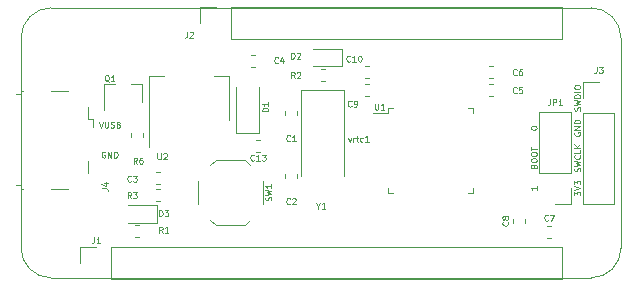
<source format=gbr>
G04 #@! TF.GenerationSoftware,KiCad,Pcbnew,(5.1.5)-2*
G04 #@! TF.CreationDate,2020-08-19T20:36:14+04:00*
G04 #@! TF.ProjectId,stm32f103_feather,73746d33-3266-4313-9033-5f6665617468,rev?*
G04 #@! TF.SameCoordinates,Original*
G04 #@! TF.FileFunction,Legend,Top*
G04 #@! TF.FilePolarity,Positive*
%FSLAX46Y46*%
G04 Gerber Fmt 4.6, Leading zero omitted, Abs format (unit mm)*
G04 Created by KiCad (PCBNEW (5.1.5)-2) date 2020-08-19 20:36:14*
%MOMM*%
%LPD*%
G04 APERTURE LIST*
%ADD10C,0.101600*%
G04 #@! TA.AperFunction,Profile*
%ADD11C,0.050000*%
G04 #@! TD*
G04 APERTURE END LIST*
D10*
X134105952Y-88392000D02*
X134057571Y-88367809D01*
X133985000Y-88367809D01*
X133912428Y-88392000D01*
X133864047Y-88440380D01*
X133839857Y-88488761D01*
X133815666Y-88585523D01*
X133815666Y-88658095D01*
X133839857Y-88754857D01*
X133864047Y-88803238D01*
X133912428Y-88851619D01*
X133985000Y-88875809D01*
X134033380Y-88875809D01*
X134105952Y-88851619D01*
X134130142Y-88827428D01*
X134130142Y-88658095D01*
X134033380Y-88658095D01*
X134347857Y-88875809D02*
X134347857Y-88367809D01*
X134638142Y-88875809D01*
X134638142Y-88367809D01*
X134880047Y-88875809D02*
X134880047Y-88367809D01*
X135001000Y-88367809D01*
X135073571Y-88392000D01*
X135121952Y-88440380D01*
X135146142Y-88488761D01*
X135170333Y-88585523D01*
X135170333Y-88658095D01*
X135146142Y-88754857D01*
X135121952Y-88803238D01*
X135073571Y-88851619D01*
X135001000Y-88875809D01*
X134880047Y-88875809D01*
X133561666Y-85827809D02*
X133731000Y-86335809D01*
X133900333Y-85827809D01*
X134069666Y-85827809D02*
X134069666Y-86239047D01*
X134093857Y-86287428D01*
X134118047Y-86311619D01*
X134166428Y-86335809D01*
X134263190Y-86335809D01*
X134311571Y-86311619D01*
X134335761Y-86287428D01*
X134359952Y-86239047D01*
X134359952Y-85827809D01*
X134577666Y-86311619D02*
X134650238Y-86335809D01*
X134771190Y-86335809D01*
X134819571Y-86311619D01*
X134843761Y-86287428D01*
X134867952Y-86239047D01*
X134867952Y-86190666D01*
X134843761Y-86142285D01*
X134819571Y-86118095D01*
X134771190Y-86093904D01*
X134674428Y-86069714D01*
X134626047Y-86045523D01*
X134601857Y-86021333D01*
X134577666Y-85972952D01*
X134577666Y-85924571D01*
X134601857Y-85876190D01*
X134626047Y-85852000D01*
X134674428Y-85827809D01*
X134795380Y-85827809D01*
X134867952Y-85852000D01*
X135255000Y-86069714D02*
X135327571Y-86093904D01*
X135351761Y-86118095D01*
X135375952Y-86166476D01*
X135375952Y-86239047D01*
X135351761Y-86287428D01*
X135327571Y-86311619D01*
X135279190Y-86335809D01*
X135085666Y-86335809D01*
X135085666Y-85827809D01*
X135255000Y-85827809D01*
X135303380Y-85852000D01*
X135327571Y-85876190D01*
X135351761Y-85924571D01*
X135351761Y-85972952D01*
X135327571Y-86021333D01*
X135303380Y-86045523D01*
X135255000Y-86069714D01*
X135085666Y-86069714D01*
X173838809Y-92068952D02*
X173838809Y-91754476D01*
X174032333Y-91923809D01*
X174032333Y-91851238D01*
X174056523Y-91802857D01*
X174080714Y-91778666D01*
X174129095Y-91754476D01*
X174250047Y-91754476D01*
X174298428Y-91778666D01*
X174322619Y-91802857D01*
X174346809Y-91851238D01*
X174346809Y-91996380D01*
X174322619Y-92044761D01*
X174298428Y-92068952D01*
X173838809Y-91609333D02*
X174346809Y-91440000D01*
X173838809Y-91270666D01*
X173838809Y-91149714D02*
X173838809Y-90835238D01*
X174032333Y-91004571D01*
X174032333Y-90932000D01*
X174056523Y-90883619D01*
X174080714Y-90859428D01*
X174129095Y-90835238D01*
X174250047Y-90835238D01*
X174298428Y-90859428D01*
X174322619Y-90883619D01*
X174346809Y-90932000D01*
X174346809Y-91077142D01*
X174322619Y-91125523D01*
X174298428Y-91149714D01*
X173863000Y-86747047D02*
X173838809Y-86795428D01*
X173838809Y-86868000D01*
X173863000Y-86940571D01*
X173911380Y-86988952D01*
X173959761Y-87013142D01*
X174056523Y-87037333D01*
X174129095Y-87037333D01*
X174225857Y-87013142D01*
X174274238Y-86988952D01*
X174322619Y-86940571D01*
X174346809Y-86868000D01*
X174346809Y-86819619D01*
X174322619Y-86747047D01*
X174298428Y-86722857D01*
X174129095Y-86722857D01*
X174129095Y-86819619D01*
X174346809Y-86505142D02*
X173838809Y-86505142D01*
X174346809Y-86214857D01*
X173838809Y-86214857D01*
X174346809Y-85972952D02*
X173838809Y-85972952D01*
X173838809Y-85852000D01*
X173863000Y-85779428D01*
X173911380Y-85731047D01*
X173959761Y-85706857D01*
X174056523Y-85682666D01*
X174129095Y-85682666D01*
X174225857Y-85706857D01*
X174274238Y-85731047D01*
X174322619Y-85779428D01*
X174346809Y-85852000D01*
X174346809Y-85972952D01*
X174322619Y-90049047D02*
X174346809Y-89976476D01*
X174346809Y-89855523D01*
X174322619Y-89807142D01*
X174298428Y-89782952D01*
X174250047Y-89758761D01*
X174201666Y-89758761D01*
X174153285Y-89782952D01*
X174129095Y-89807142D01*
X174104904Y-89855523D01*
X174080714Y-89952285D01*
X174056523Y-90000666D01*
X174032333Y-90024857D01*
X173983952Y-90049047D01*
X173935571Y-90049047D01*
X173887190Y-90024857D01*
X173863000Y-90000666D01*
X173838809Y-89952285D01*
X173838809Y-89831333D01*
X173863000Y-89758761D01*
X173838809Y-89589428D02*
X174346809Y-89468476D01*
X173983952Y-89371714D01*
X174346809Y-89274952D01*
X173838809Y-89154000D01*
X174298428Y-88670190D02*
X174322619Y-88694380D01*
X174346809Y-88766952D01*
X174346809Y-88815333D01*
X174322619Y-88887904D01*
X174274238Y-88936285D01*
X174225857Y-88960476D01*
X174129095Y-88984666D01*
X174056523Y-88984666D01*
X173959761Y-88960476D01*
X173911380Y-88936285D01*
X173863000Y-88887904D01*
X173838809Y-88815333D01*
X173838809Y-88766952D01*
X173863000Y-88694380D01*
X173887190Y-88670190D01*
X174346809Y-88210571D02*
X174346809Y-88452476D01*
X173838809Y-88452476D01*
X174346809Y-88041238D02*
X173838809Y-88041238D01*
X174346809Y-87750952D02*
X174056523Y-87968666D01*
X173838809Y-87750952D02*
X174129095Y-88041238D01*
X174322619Y-84896476D02*
X174346809Y-84823904D01*
X174346809Y-84702952D01*
X174322619Y-84654571D01*
X174298428Y-84630380D01*
X174250047Y-84606190D01*
X174201666Y-84606190D01*
X174153285Y-84630380D01*
X174129095Y-84654571D01*
X174104904Y-84702952D01*
X174080714Y-84799714D01*
X174056523Y-84848095D01*
X174032333Y-84872285D01*
X173983952Y-84896476D01*
X173935571Y-84896476D01*
X173887190Y-84872285D01*
X173863000Y-84848095D01*
X173838809Y-84799714D01*
X173838809Y-84678761D01*
X173863000Y-84606190D01*
X173838809Y-84436857D02*
X174346809Y-84315904D01*
X173983952Y-84219142D01*
X174346809Y-84122380D01*
X173838809Y-84001428D01*
X174346809Y-83807904D02*
X173838809Y-83807904D01*
X173838809Y-83686952D01*
X173863000Y-83614380D01*
X173911380Y-83566000D01*
X173959761Y-83541809D01*
X174056523Y-83517619D01*
X174129095Y-83517619D01*
X174225857Y-83541809D01*
X174274238Y-83566000D01*
X174322619Y-83614380D01*
X174346809Y-83686952D01*
X174346809Y-83807904D01*
X174346809Y-83299904D02*
X173838809Y-83299904D01*
X173838809Y-82961238D02*
X173838809Y-82864476D01*
X173863000Y-82816095D01*
X173911380Y-82767714D01*
X174008142Y-82743523D01*
X174177476Y-82743523D01*
X174274238Y-82767714D01*
X174322619Y-82816095D01*
X174346809Y-82864476D01*
X174346809Y-82961238D01*
X174322619Y-83009619D01*
X174274238Y-83058000D01*
X174177476Y-83082190D01*
X174008142Y-83082190D01*
X173911380Y-83058000D01*
X173863000Y-83009619D01*
X173838809Y-82961238D01*
X170155809Y-86384190D02*
X170155809Y-86335809D01*
X170180000Y-86287428D01*
X170204190Y-86263238D01*
X170252571Y-86239047D01*
X170349333Y-86214857D01*
X170470285Y-86214857D01*
X170567047Y-86239047D01*
X170615428Y-86263238D01*
X170639619Y-86287428D01*
X170663809Y-86335809D01*
X170663809Y-86384190D01*
X170639619Y-86432571D01*
X170615428Y-86456761D01*
X170567047Y-86480952D01*
X170470285Y-86505142D01*
X170349333Y-86505142D01*
X170252571Y-86480952D01*
X170204190Y-86456761D01*
X170180000Y-86432571D01*
X170155809Y-86384190D01*
X170663809Y-91294857D02*
X170663809Y-91585142D01*
X170663809Y-91440000D02*
X170155809Y-91440000D01*
X170228380Y-91488380D01*
X170276761Y-91536761D01*
X170300952Y-91585142D01*
X170397714Y-89589428D02*
X170421904Y-89516857D01*
X170446095Y-89492666D01*
X170494476Y-89468476D01*
X170567047Y-89468476D01*
X170615428Y-89492666D01*
X170639619Y-89516857D01*
X170663809Y-89565238D01*
X170663809Y-89758761D01*
X170155809Y-89758761D01*
X170155809Y-89589428D01*
X170180000Y-89541047D01*
X170204190Y-89516857D01*
X170252571Y-89492666D01*
X170300952Y-89492666D01*
X170349333Y-89516857D01*
X170373523Y-89541047D01*
X170397714Y-89589428D01*
X170397714Y-89758761D01*
X170155809Y-89154000D02*
X170155809Y-89057238D01*
X170180000Y-89008857D01*
X170228380Y-88960476D01*
X170325142Y-88936285D01*
X170494476Y-88936285D01*
X170591238Y-88960476D01*
X170639619Y-89008857D01*
X170663809Y-89057238D01*
X170663809Y-89154000D01*
X170639619Y-89202380D01*
X170591238Y-89250761D01*
X170494476Y-89274952D01*
X170325142Y-89274952D01*
X170228380Y-89250761D01*
X170180000Y-89202380D01*
X170155809Y-89154000D01*
X170155809Y-88621809D02*
X170155809Y-88525047D01*
X170180000Y-88476666D01*
X170228380Y-88428285D01*
X170325142Y-88404095D01*
X170494476Y-88404095D01*
X170591238Y-88428285D01*
X170639619Y-88476666D01*
X170663809Y-88525047D01*
X170663809Y-88621809D01*
X170639619Y-88670190D01*
X170591238Y-88718571D01*
X170494476Y-88742761D01*
X170325142Y-88742761D01*
X170228380Y-88718571D01*
X170180000Y-88670190D01*
X170155809Y-88621809D01*
X170155809Y-88258952D02*
X170155809Y-87968666D01*
X170663809Y-88113809D02*
X170155809Y-88113809D01*
D11*
X175260000Y-76200000D02*
X129540000Y-76200000D01*
X177800000Y-96520000D02*
X177800000Y-78740000D01*
X129540000Y-99060000D02*
X175260000Y-99060000D01*
X127000000Y-78740000D02*
X127000000Y-96520000D01*
X175260000Y-76200000D02*
G75*
G02X177800000Y-78740000I0J-2540000D01*
G01*
X177800000Y-96520000D02*
G75*
G02X175260000Y-99060000I-2540000J0D01*
G01*
X129540000Y-99060000D02*
G75*
G02X127000000Y-96520000I0J2540000D01*
G01*
X127000000Y-78740000D02*
G75*
G02X129540000Y-76200000I2540000J0D01*
G01*
D10*
G04 #@! TO.C,J2*
X142180000Y-77470000D02*
X142180000Y-76140000D01*
X142180000Y-76140000D02*
X143510000Y-76140000D01*
X144780000Y-76140000D02*
X172780000Y-76140000D01*
X172780000Y-78800000D02*
X172780000Y-76140000D01*
X144780000Y-78800000D02*
X172780000Y-78800000D01*
X144780000Y-78800000D02*
X144780000Y-76140000D01*
G04 #@! TO.C,R6*
X136332500Y-86809733D02*
X136332500Y-87152267D01*
X137352500Y-86809733D02*
X137352500Y-87152267D01*
G04 #@! TO.C,Q1*
X137216000Y-82679000D02*
X137216000Y-84139000D01*
X134056000Y-82679000D02*
X134056000Y-84839000D01*
X134056000Y-82679000D02*
X134986000Y-82679000D01*
X137216000Y-82679000D02*
X136286000Y-82679000D01*
G04 #@! TO.C,JP1*
X173542000Y-92770000D02*
X172212000Y-92770000D01*
X173542000Y-91440000D02*
X173542000Y-92770000D01*
X173542000Y-90170000D02*
X170882000Y-90170000D01*
X170882000Y-90170000D02*
X170882000Y-85030000D01*
X173542000Y-90170000D02*
X173542000Y-85030000D01*
X173542000Y-85030000D02*
X170882000Y-85030000D01*
G04 #@! TO.C,D1*
X145177000Y-86832000D02*
X145177000Y-82932000D01*
X147177000Y-86832000D02*
X147177000Y-82932000D01*
X145177000Y-86832000D02*
X147177000Y-86832000D01*
G04 #@! TO.C,J4*
X132702000Y-89176000D02*
X132702000Y-90176000D01*
X132702000Y-85576000D02*
X132702000Y-84576000D01*
X133127000Y-85576000D02*
X132702000Y-85576000D01*
X133127000Y-86301000D02*
X133127000Y-85576000D01*
X129552000Y-91526000D02*
X130952000Y-91526000D01*
X127002000Y-91526000D02*
X127152000Y-91526000D01*
X127002000Y-91226000D02*
X127002000Y-91526000D01*
X126552000Y-91226000D02*
X127002000Y-91226000D01*
X127002000Y-83526000D02*
X126552000Y-83526000D01*
X127002000Y-83226000D02*
X127002000Y-83526000D01*
X127152000Y-83226000D02*
X127002000Y-83226000D01*
X130952000Y-83226000D02*
X129552000Y-83226000D01*
G04 #@! TO.C,J3*
X174565000Y-82490000D02*
X175895000Y-82490000D01*
X174565000Y-83820000D02*
X174565000Y-82490000D01*
X174565000Y-85090000D02*
X177225000Y-85090000D01*
X177225000Y-85090000D02*
X177225000Y-92770000D01*
X174565000Y-85090000D02*
X174565000Y-92770000D01*
X174565000Y-92770000D02*
X177225000Y-92770000D01*
G04 #@! TO.C,R3*
X138463233Y-92585000D02*
X138805767Y-92585000D01*
X138463233Y-91565000D02*
X138805767Y-91565000D01*
G04 #@! TO.C,R2*
X152355733Y-82425000D02*
X152698267Y-82425000D01*
X152355733Y-81405000D02*
X152698267Y-81405000D01*
G04 #@! TO.C,R1*
X136685233Y-95633000D02*
X137027767Y-95633000D01*
X136685233Y-94613000D02*
X137027767Y-94613000D01*
G04 #@! TO.C,D3*
X138502500Y-92927500D02*
X136042500Y-92927500D01*
X138502500Y-94397500D02*
X138502500Y-92927500D01*
X136042500Y-94397500D02*
X138502500Y-94397500D01*
G04 #@! TO.C,D2*
X154201000Y-79656000D02*
X151741000Y-79656000D01*
X154201000Y-81126000D02*
X154201000Y-79656000D01*
X151741000Y-81126000D02*
X154201000Y-81126000D01*
G04 #@! TO.C,C13*
X147237267Y-87374000D02*
X146894733Y-87374000D01*
X147237267Y-88394000D02*
X146894733Y-88394000D01*
G04 #@! TO.C,C10*
X156494267Y-81151000D02*
X156151733Y-81151000D01*
X156494267Y-82171000D02*
X156151733Y-82171000D01*
G04 #@! TO.C,C9*
X156494267Y-82675000D02*
X156151733Y-82675000D01*
X156494267Y-83695000D02*
X156151733Y-83695000D01*
G04 #@! TO.C,C8*
X168654000Y-94062733D02*
X168654000Y-94405267D01*
X169674000Y-94062733D02*
X169674000Y-94405267D01*
G04 #@! TO.C,C7*
X171875267Y-94648500D02*
X171532733Y-94648500D01*
X171875267Y-95668500D02*
X171532733Y-95668500D01*
G04 #@! TO.C,C6*
X166579733Y-82171000D02*
X166922267Y-82171000D01*
X166579733Y-81151000D02*
X166922267Y-81151000D01*
G04 #@! TO.C,C5*
X166579733Y-83695000D02*
X166922267Y-83695000D01*
X166579733Y-82675000D02*
X166922267Y-82675000D01*
G04 #@! TO.C,U2*
X137814000Y-87945400D02*
X137814000Y-81935400D01*
X144634000Y-85695400D02*
X144634000Y-81935400D01*
X137814000Y-81935400D02*
X139074000Y-81935400D01*
X144634000Y-81935400D02*
X143374000Y-81935400D01*
G04 #@! TO.C,C4*
X146844867Y-80160400D02*
X146502333Y-80160400D01*
X146844867Y-81180400D02*
X146502333Y-81180400D01*
G04 #@! TO.C,SW1*
X143466500Y-89071000D02*
X145966500Y-89071000D01*
X141966500Y-90821000D02*
X141966500Y-92821000D01*
X143466500Y-94571000D02*
X145966500Y-94571000D01*
X147466500Y-90821000D02*
X147466500Y-92821000D01*
X143016500Y-89521000D02*
X143466500Y-89071000D01*
X146416500Y-89521000D02*
X145966500Y-89071000D01*
X146416500Y-94121000D02*
X145966500Y-94571000D01*
X143016500Y-94121000D02*
X143466500Y-94571000D01*
G04 #@! TO.C,C3*
X138463233Y-91124500D02*
X138805767Y-91124500D01*
X138463233Y-90104500D02*
X138805767Y-90104500D01*
G04 #@! TO.C,C2*
X150370000Y-90595267D02*
X150370000Y-90252733D01*
X149350000Y-90595267D02*
X149350000Y-90252733D01*
G04 #@! TO.C,C1*
X150370000Y-85261267D02*
X150370000Y-84918733D01*
X149350000Y-85261267D02*
X149350000Y-84918733D01*
G04 #@! TO.C,Y1*
X150727000Y-83147000D02*
X150727000Y-90397000D01*
X154327000Y-83147000D02*
X150727000Y-83147000D01*
X154327000Y-90397000D02*
X154327000Y-83147000D01*
G04 #@! TO.C,U1*
X158061000Y-85105000D02*
X156771000Y-85105000D01*
X158061000Y-84655000D02*
X158061000Y-85105000D01*
X158511000Y-84655000D02*
X158061000Y-84655000D01*
X165281000Y-84655000D02*
X165281000Y-85105000D01*
X164831000Y-84655000D02*
X165281000Y-84655000D01*
X158061000Y-91875000D02*
X158061000Y-91425000D01*
X158511000Y-91875000D02*
X158061000Y-91875000D01*
X165281000Y-91875000D02*
X165281000Y-91425000D01*
X164831000Y-91875000D02*
X165281000Y-91875000D01*
G04 #@! TO.C,J1*
X132020000Y-97790000D02*
X132020000Y-96460000D01*
X132020000Y-96460000D02*
X133350000Y-96460000D01*
X134620000Y-96460000D02*
X172780000Y-96460000D01*
X172780000Y-99120000D02*
X172780000Y-96460000D01*
X134620000Y-99120000D02*
X172780000Y-99120000D01*
X134620000Y-99120000D02*
X134620000Y-96460000D01*
G04 #@! TD*
G04 #@! TO.C,vrtc1*
X154692047Y-87186142D02*
X154813000Y-87524809D01*
X154933952Y-87186142D01*
X155127476Y-87524809D02*
X155127476Y-87186142D01*
X155127476Y-87282904D02*
X155151666Y-87234523D01*
X155175857Y-87210333D01*
X155224238Y-87186142D01*
X155272619Y-87186142D01*
X155369380Y-87186142D02*
X155562904Y-87186142D01*
X155441952Y-87016809D02*
X155441952Y-87452238D01*
X155466142Y-87500619D01*
X155514523Y-87524809D01*
X155562904Y-87524809D01*
X155949952Y-87500619D02*
X155901571Y-87524809D01*
X155804809Y-87524809D01*
X155756428Y-87500619D01*
X155732238Y-87476428D01*
X155708047Y-87428047D01*
X155708047Y-87282904D01*
X155732238Y-87234523D01*
X155756428Y-87210333D01*
X155804809Y-87186142D01*
X155901571Y-87186142D01*
X155949952Y-87210333D01*
X156433761Y-87524809D02*
X156143476Y-87524809D01*
X156288619Y-87524809D02*
X156288619Y-87016809D01*
X156240238Y-87089380D01*
X156191857Y-87137761D01*
X156143476Y-87161952D01*
G04 #@! TO.C,J2*
X141054666Y-78207809D02*
X141054666Y-78570666D01*
X141030476Y-78643238D01*
X140982095Y-78691619D01*
X140909523Y-78715809D01*
X140861142Y-78715809D01*
X141272380Y-78256190D02*
X141296571Y-78232000D01*
X141344952Y-78207809D01*
X141465904Y-78207809D01*
X141514285Y-78232000D01*
X141538476Y-78256190D01*
X141562666Y-78304571D01*
X141562666Y-78352952D01*
X141538476Y-78425523D01*
X141248190Y-78715809D01*
X141562666Y-78715809D01*
G04 #@! TO.C,R6*
X136821333Y-89383809D02*
X136652000Y-89141904D01*
X136531047Y-89383809D02*
X136531047Y-88875809D01*
X136724571Y-88875809D01*
X136772952Y-88900000D01*
X136797142Y-88924190D01*
X136821333Y-88972571D01*
X136821333Y-89045142D01*
X136797142Y-89093523D01*
X136772952Y-89117714D01*
X136724571Y-89141904D01*
X136531047Y-89141904D01*
X137256761Y-88875809D02*
X137160000Y-88875809D01*
X137111619Y-88900000D01*
X137087428Y-88924190D01*
X137039047Y-88996761D01*
X137014857Y-89093523D01*
X137014857Y-89287047D01*
X137039047Y-89335428D01*
X137063238Y-89359619D01*
X137111619Y-89383809D01*
X137208380Y-89383809D01*
X137256761Y-89359619D01*
X137280952Y-89335428D01*
X137305142Y-89287047D01*
X137305142Y-89166095D01*
X137280952Y-89117714D01*
X137256761Y-89093523D01*
X137208380Y-89069333D01*
X137111619Y-89069333D01*
X137063238Y-89093523D01*
X137039047Y-89117714D01*
X137014857Y-89166095D01*
G04 #@! TO.C,Q1*
X134444619Y-82447190D02*
X134396238Y-82423000D01*
X134347857Y-82374619D01*
X134275285Y-82302047D01*
X134226904Y-82277857D01*
X134178523Y-82277857D01*
X134202714Y-82398809D02*
X134154333Y-82374619D01*
X134105952Y-82326238D01*
X134081761Y-82229476D01*
X134081761Y-82060142D01*
X134105952Y-81963380D01*
X134154333Y-81915000D01*
X134202714Y-81890809D01*
X134299476Y-81890809D01*
X134347857Y-81915000D01*
X134396238Y-81963380D01*
X134420428Y-82060142D01*
X134420428Y-82229476D01*
X134396238Y-82326238D01*
X134347857Y-82374619D01*
X134299476Y-82398809D01*
X134202714Y-82398809D01*
X134904238Y-82398809D02*
X134613952Y-82398809D01*
X134759095Y-82398809D02*
X134759095Y-81890809D01*
X134710714Y-81963380D01*
X134662333Y-82011761D01*
X134613952Y-82035952D01*
G04 #@! TO.C,JP1*
X171788666Y-83922809D02*
X171788666Y-84285666D01*
X171764476Y-84358238D01*
X171716095Y-84406619D01*
X171643523Y-84430809D01*
X171595142Y-84430809D01*
X172030571Y-84430809D02*
X172030571Y-83922809D01*
X172224095Y-83922809D01*
X172272476Y-83947000D01*
X172296666Y-83971190D01*
X172320857Y-84019571D01*
X172320857Y-84092142D01*
X172296666Y-84140523D01*
X172272476Y-84164714D01*
X172224095Y-84188904D01*
X172030571Y-84188904D01*
X172804666Y-84430809D02*
X172514380Y-84430809D01*
X172659523Y-84430809D02*
X172659523Y-83922809D01*
X172611142Y-83995380D01*
X172562761Y-84043761D01*
X172514380Y-84067952D01*
G04 #@! TO.C,D1*
X147930809Y-84956952D02*
X147422809Y-84956952D01*
X147422809Y-84836000D01*
X147447000Y-84763428D01*
X147495380Y-84715047D01*
X147543761Y-84690857D01*
X147640523Y-84666666D01*
X147713095Y-84666666D01*
X147809857Y-84690857D01*
X147858238Y-84715047D01*
X147906619Y-84763428D01*
X147930809Y-84836000D01*
X147930809Y-84956952D01*
X147930809Y-84182857D02*
X147930809Y-84473142D01*
X147930809Y-84328000D02*
X147422809Y-84328000D01*
X147495380Y-84376380D01*
X147543761Y-84424761D01*
X147567952Y-84473142D01*
G04 #@! TO.C,J4*
X133833809Y-91482333D02*
X134196666Y-91482333D01*
X134269238Y-91506523D01*
X134317619Y-91554904D01*
X134341809Y-91627476D01*
X134341809Y-91675857D01*
X134003142Y-91022714D02*
X134341809Y-91022714D01*
X133809619Y-91143666D02*
X134172476Y-91264619D01*
X134172476Y-90950142D01*
G04 #@! TO.C,J3*
X175725666Y-81211809D02*
X175725666Y-81574666D01*
X175701476Y-81647238D01*
X175653095Y-81695619D01*
X175580523Y-81719809D01*
X175532142Y-81719809D01*
X175919190Y-81211809D02*
X176233666Y-81211809D01*
X176064333Y-81405333D01*
X176136904Y-81405333D01*
X176185285Y-81429523D01*
X176209476Y-81453714D01*
X176233666Y-81502095D01*
X176233666Y-81623047D01*
X176209476Y-81671428D01*
X176185285Y-81695619D01*
X176136904Y-81719809D01*
X175991761Y-81719809D01*
X175943380Y-81695619D01*
X175919190Y-81671428D01*
G04 #@! TO.C,R3*
X136313333Y-92304809D02*
X136144000Y-92062904D01*
X136023047Y-92304809D02*
X136023047Y-91796809D01*
X136216571Y-91796809D01*
X136264952Y-91821000D01*
X136289142Y-91845190D01*
X136313333Y-91893571D01*
X136313333Y-91966142D01*
X136289142Y-92014523D01*
X136264952Y-92038714D01*
X136216571Y-92062904D01*
X136023047Y-92062904D01*
X136482666Y-91796809D02*
X136797142Y-91796809D01*
X136627809Y-91990333D01*
X136700380Y-91990333D01*
X136748761Y-92014523D01*
X136772952Y-92038714D01*
X136797142Y-92087095D01*
X136797142Y-92208047D01*
X136772952Y-92256428D01*
X136748761Y-92280619D01*
X136700380Y-92304809D01*
X136555238Y-92304809D01*
X136506857Y-92280619D01*
X136482666Y-92256428D01*
G04 #@! TO.C,R2*
X150156333Y-82144809D02*
X149987000Y-81902904D01*
X149866047Y-82144809D02*
X149866047Y-81636809D01*
X150059571Y-81636809D01*
X150107952Y-81661000D01*
X150132142Y-81685190D01*
X150156333Y-81733571D01*
X150156333Y-81806142D01*
X150132142Y-81854523D01*
X150107952Y-81878714D01*
X150059571Y-81902904D01*
X149866047Y-81902904D01*
X150349857Y-81685190D02*
X150374047Y-81661000D01*
X150422428Y-81636809D01*
X150543380Y-81636809D01*
X150591761Y-81661000D01*
X150615952Y-81685190D01*
X150640142Y-81733571D01*
X150640142Y-81781952D01*
X150615952Y-81854523D01*
X150325666Y-82144809D01*
X150640142Y-82144809D01*
G04 #@! TO.C,R1*
X138980333Y-95225809D02*
X138811000Y-94983904D01*
X138690047Y-95225809D02*
X138690047Y-94717809D01*
X138883571Y-94717809D01*
X138931952Y-94742000D01*
X138956142Y-94766190D01*
X138980333Y-94814571D01*
X138980333Y-94887142D01*
X138956142Y-94935523D01*
X138931952Y-94959714D01*
X138883571Y-94983904D01*
X138690047Y-94983904D01*
X139464142Y-95225809D02*
X139173857Y-95225809D01*
X139319000Y-95225809D02*
X139319000Y-94717809D01*
X139270619Y-94790380D01*
X139222238Y-94838761D01*
X139173857Y-94862952D01*
G04 #@! TO.C,D3*
X138690047Y-93828809D02*
X138690047Y-93320809D01*
X138811000Y-93320809D01*
X138883571Y-93345000D01*
X138931952Y-93393380D01*
X138956142Y-93441761D01*
X138980333Y-93538523D01*
X138980333Y-93611095D01*
X138956142Y-93707857D01*
X138931952Y-93756238D01*
X138883571Y-93804619D01*
X138811000Y-93828809D01*
X138690047Y-93828809D01*
X139149666Y-93320809D02*
X139464142Y-93320809D01*
X139294809Y-93514333D01*
X139367380Y-93514333D01*
X139415761Y-93538523D01*
X139439952Y-93562714D01*
X139464142Y-93611095D01*
X139464142Y-93732047D01*
X139439952Y-93780428D01*
X139415761Y-93804619D01*
X139367380Y-93828809D01*
X139222238Y-93828809D01*
X139173857Y-93804619D01*
X139149666Y-93780428D01*
G04 #@! TO.C,D2*
X149866047Y-80493809D02*
X149866047Y-79985809D01*
X149987000Y-79985809D01*
X150059571Y-80010000D01*
X150107952Y-80058380D01*
X150132142Y-80106761D01*
X150156333Y-80203523D01*
X150156333Y-80276095D01*
X150132142Y-80372857D01*
X150107952Y-80421238D01*
X150059571Y-80469619D01*
X149987000Y-80493809D01*
X149866047Y-80493809D01*
X150349857Y-80034190D02*
X150374047Y-80010000D01*
X150422428Y-79985809D01*
X150543380Y-79985809D01*
X150591761Y-80010000D01*
X150615952Y-80034190D01*
X150640142Y-80082571D01*
X150640142Y-80130952D01*
X150615952Y-80203523D01*
X150325666Y-80493809D01*
X150640142Y-80493809D01*
G04 #@! TO.C,C13*
X146739428Y-89081428D02*
X146715238Y-89105619D01*
X146642666Y-89129809D01*
X146594285Y-89129809D01*
X146521714Y-89105619D01*
X146473333Y-89057238D01*
X146449142Y-89008857D01*
X146424952Y-88912095D01*
X146424952Y-88839523D01*
X146449142Y-88742761D01*
X146473333Y-88694380D01*
X146521714Y-88646000D01*
X146594285Y-88621809D01*
X146642666Y-88621809D01*
X146715238Y-88646000D01*
X146739428Y-88670190D01*
X147223238Y-89129809D02*
X146932952Y-89129809D01*
X147078095Y-89129809D02*
X147078095Y-88621809D01*
X147029714Y-88694380D01*
X146981333Y-88742761D01*
X146932952Y-88766952D01*
X147392571Y-88621809D02*
X147707047Y-88621809D01*
X147537714Y-88815333D01*
X147610285Y-88815333D01*
X147658666Y-88839523D01*
X147682857Y-88863714D01*
X147707047Y-88912095D01*
X147707047Y-89033047D01*
X147682857Y-89081428D01*
X147658666Y-89105619D01*
X147610285Y-89129809D01*
X147465142Y-89129809D01*
X147416761Y-89105619D01*
X147392571Y-89081428D01*
G04 #@! TO.C,C10*
X154867428Y-80699428D02*
X154843238Y-80723619D01*
X154770666Y-80747809D01*
X154722285Y-80747809D01*
X154649714Y-80723619D01*
X154601333Y-80675238D01*
X154577142Y-80626857D01*
X154552952Y-80530095D01*
X154552952Y-80457523D01*
X154577142Y-80360761D01*
X154601333Y-80312380D01*
X154649714Y-80264000D01*
X154722285Y-80239809D01*
X154770666Y-80239809D01*
X154843238Y-80264000D01*
X154867428Y-80288190D01*
X155351238Y-80747809D02*
X155060952Y-80747809D01*
X155206095Y-80747809D02*
X155206095Y-80239809D01*
X155157714Y-80312380D01*
X155109333Y-80360761D01*
X155060952Y-80384952D01*
X155665714Y-80239809D02*
X155714095Y-80239809D01*
X155762476Y-80264000D01*
X155786666Y-80288190D01*
X155810857Y-80336571D01*
X155835047Y-80433333D01*
X155835047Y-80554285D01*
X155810857Y-80651047D01*
X155786666Y-80699428D01*
X155762476Y-80723619D01*
X155714095Y-80747809D01*
X155665714Y-80747809D01*
X155617333Y-80723619D01*
X155593142Y-80699428D01*
X155568952Y-80651047D01*
X155544761Y-80554285D01*
X155544761Y-80433333D01*
X155568952Y-80336571D01*
X155593142Y-80288190D01*
X155617333Y-80264000D01*
X155665714Y-80239809D01*
G04 #@! TO.C,C9*
X154982333Y-84509428D02*
X154958142Y-84533619D01*
X154885571Y-84557809D01*
X154837190Y-84557809D01*
X154764619Y-84533619D01*
X154716238Y-84485238D01*
X154692047Y-84436857D01*
X154667857Y-84340095D01*
X154667857Y-84267523D01*
X154692047Y-84170761D01*
X154716238Y-84122380D01*
X154764619Y-84074000D01*
X154837190Y-84049809D01*
X154885571Y-84049809D01*
X154958142Y-84074000D01*
X154982333Y-84098190D01*
X155224238Y-84557809D02*
X155321000Y-84557809D01*
X155369380Y-84533619D01*
X155393571Y-84509428D01*
X155441952Y-84436857D01*
X155466142Y-84340095D01*
X155466142Y-84146571D01*
X155441952Y-84098190D01*
X155417761Y-84074000D01*
X155369380Y-84049809D01*
X155272619Y-84049809D01*
X155224238Y-84074000D01*
X155200047Y-84098190D01*
X155175857Y-84146571D01*
X155175857Y-84267523D01*
X155200047Y-84315904D01*
X155224238Y-84340095D01*
X155272619Y-84364285D01*
X155369380Y-84364285D01*
X155417761Y-84340095D01*
X155441952Y-84315904D01*
X155466142Y-84267523D01*
G04 #@! TO.C,C8*
X168202428Y-94318666D02*
X168226619Y-94342857D01*
X168250809Y-94415428D01*
X168250809Y-94463809D01*
X168226619Y-94536380D01*
X168178238Y-94584761D01*
X168129857Y-94608952D01*
X168033095Y-94633142D01*
X167960523Y-94633142D01*
X167863761Y-94608952D01*
X167815380Y-94584761D01*
X167767000Y-94536380D01*
X167742809Y-94463809D01*
X167742809Y-94415428D01*
X167767000Y-94342857D01*
X167791190Y-94318666D01*
X167960523Y-94028380D02*
X167936333Y-94076761D01*
X167912142Y-94100952D01*
X167863761Y-94125142D01*
X167839571Y-94125142D01*
X167791190Y-94100952D01*
X167767000Y-94076761D01*
X167742809Y-94028380D01*
X167742809Y-93931619D01*
X167767000Y-93883238D01*
X167791190Y-93859047D01*
X167839571Y-93834857D01*
X167863761Y-93834857D01*
X167912142Y-93859047D01*
X167936333Y-93883238D01*
X167960523Y-93931619D01*
X167960523Y-94028380D01*
X167984714Y-94076761D01*
X168008904Y-94100952D01*
X168057285Y-94125142D01*
X168154047Y-94125142D01*
X168202428Y-94100952D01*
X168226619Y-94076761D01*
X168250809Y-94028380D01*
X168250809Y-93931619D01*
X168226619Y-93883238D01*
X168202428Y-93859047D01*
X168154047Y-93834857D01*
X168057285Y-93834857D01*
X168008904Y-93859047D01*
X167984714Y-93883238D01*
X167960523Y-93931619D01*
G04 #@! TO.C,C7*
X171619333Y-94161428D02*
X171595142Y-94185619D01*
X171522571Y-94209809D01*
X171474190Y-94209809D01*
X171401619Y-94185619D01*
X171353238Y-94137238D01*
X171329047Y-94088857D01*
X171304857Y-93992095D01*
X171304857Y-93919523D01*
X171329047Y-93822761D01*
X171353238Y-93774380D01*
X171401619Y-93726000D01*
X171474190Y-93701809D01*
X171522571Y-93701809D01*
X171595142Y-93726000D01*
X171619333Y-93750190D01*
X171788666Y-93701809D02*
X172127333Y-93701809D01*
X171909619Y-94209809D01*
G04 #@! TO.C,C6*
X168952333Y-81842428D02*
X168928142Y-81866619D01*
X168855571Y-81890809D01*
X168807190Y-81890809D01*
X168734619Y-81866619D01*
X168686238Y-81818238D01*
X168662047Y-81769857D01*
X168637857Y-81673095D01*
X168637857Y-81600523D01*
X168662047Y-81503761D01*
X168686238Y-81455380D01*
X168734619Y-81407000D01*
X168807190Y-81382809D01*
X168855571Y-81382809D01*
X168928142Y-81407000D01*
X168952333Y-81431190D01*
X169387761Y-81382809D02*
X169291000Y-81382809D01*
X169242619Y-81407000D01*
X169218428Y-81431190D01*
X169170047Y-81503761D01*
X169145857Y-81600523D01*
X169145857Y-81794047D01*
X169170047Y-81842428D01*
X169194238Y-81866619D01*
X169242619Y-81890809D01*
X169339380Y-81890809D01*
X169387761Y-81866619D01*
X169411952Y-81842428D01*
X169436142Y-81794047D01*
X169436142Y-81673095D01*
X169411952Y-81624714D01*
X169387761Y-81600523D01*
X169339380Y-81576333D01*
X169242619Y-81576333D01*
X169194238Y-81600523D01*
X169170047Y-81624714D01*
X169145857Y-81673095D01*
G04 #@! TO.C,C5*
X168952333Y-83366428D02*
X168928142Y-83390619D01*
X168855571Y-83414809D01*
X168807190Y-83414809D01*
X168734619Y-83390619D01*
X168686238Y-83342238D01*
X168662047Y-83293857D01*
X168637857Y-83197095D01*
X168637857Y-83124523D01*
X168662047Y-83027761D01*
X168686238Y-82979380D01*
X168734619Y-82931000D01*
X168807190Y-82906809D01*
X168855571Y-82906809D01*
X168928142Y-82931000D01*
X168952333Y-82955190D01*
X169411952Y-82906809D02*
X169170047Y-82906809D01*
X169145857Y-83148714D01*
X169170047Y-83124523D01*
X169218428Y-83100333D01*
X169339380Y-83100333D01*
X169387761Y-83124523D01*
X169411952Y-83148714D01*
X169436142Y-83197095D01*
X169436142Y-83318047D01*
X169411952Y-83366428D01*
X169387761Y-83390619D01*
X169339380Y-83414809D01*
X169218428Y-83414809D01*
X169170047Y-83390619D01*
X169145857Y-83366428D01*
G04 #@! TO.C,U2*
X138550952Y-88494809D02*
X138550952Y-88906047D01*
X138575142Y-88954428D01*
X138599333Y-88978619D01*
X138647714Y-89002809D01*
X138744476Y-89002809D01*
X138792857Y-88978619D01*
X138817047Y-88954428D01*
X138841238Y-88906047D01*
X138841238Y-88494809D01*
X139058952Y-88543190D02*
X139083142Y-88519000D01*
X139131523Y-88494809D01*
X139252476Y-88494809D01*
X139300857Y-88519000D01*
X139325047Y-88543190D01*
X139349238Y-88591571D01*
X139349238Y-88639952D01*
X139325047Y-88712523D01*
X139034761Y-89002809D01*
X139349238Y-89002809D01*
G04 #@! TO.C,C4*
X148759333Y-80826428D02*
X148735142Y-80850619D01*
X148662571Y-80874809D01*
X148614190Y-80874809D01*
X148541619Y-80850619D01*
X148493238Y-80802238D01*
X148469047Y-80753857D01*
X148444857Y-80657095D01*
X148444857Y-80584523D01*
X148469047Y-80487761D01*
X148493238Y-80439380D01*
X148541619Y-80391000D01*
X148614190Y-80366809D01*
X148662571Y-80366809D01*
X148735142Y-80391000D01*
X148759333Y-80415190D01*
X149194761Y-80536142D02*
X149194761Y-80874809D01*
X149073809Y-80342619D02*
X148952857Y-80705476D01*
X149267333Y-80705476D01*
G04 #@! TO.C,SW1*
X148160619Y-92498333D02*
X148184809Y-92425761D01*
X148184809Y-92304809D01*
X148160619Y-92256428D01*
X148136428Y-92232238D01*
X148088047Y-92208047D01*
X148039666Y-92208047D01*
X147991285Y-92232238D01*
X147967095Y-92256428D01*
X147942904Y-92304809D01*
X147918714Y-92401571D01*
X147894523Y-92449952D01*
X147870333Y-92474142D01*
X147821952Y-92498333D01*
X147773571Y-92498333D01*
X147725190Y-92474142D01*
X147701000Y-92449952D01*
X147676809Y-92401571D01*
X147676809Y-92280619D01*
X147701000Y-92208047D01*
X147676809Y-92038714D02*
X148184809Y-91917761D01*
X147821952Y-91821000D01*
X148184809Y-91724238D01*
X147676809Y-91603285D01*
X148184809Y-91143666D02*
X148184809Y-91433952D01*
X148184809Y-91288809D02*
X147676809Y-91288809D01*
X147749380Y-91337190D01*
X147797761Y-91385571D01*
X147821952Y-91433952D01*
G04 #@! TO.C,C3*
X136313333Y-90859428D02*
X136289142Y-90883619D01*
X136216571Y-90907809D01*
X136168190Y-90907809D01*
X136095619Y-90883619D01*
X136047238Y-90835238D01*
X136023047Y-90786857D01*
X135998857Y-90690095D01*
X135998857Y-90617523D01*
X136023047Y-90520761D01*
X136047238Y-90472380D01*
X136095619Y-90424000D01*
X136168190Y-90399809D01*
X136216571Y-90399809D01*
X136289142Y-90424000D01*
X136313333Y-90448190D01*
X136482666Y-90399809D02*
X136797142Y-90399809D01*
X136627809Y-90593333D01*
X136700380Y-90593333D01*
X136748761Y-90617523D01*
X136772952Y-90641714D01*
X136797142Y-90690095D01*
X136797142Y-90811047D01*
X136772952Y-90859428D01*
X136748761Y-90883619D01*
X136700380Y-90907809D01*
X136555238Y-90907809D01*
X136506857Y-90883619D01*
X136482666Y-90859428D01*
G04 #@! TO.C,C2*
X149775333Y-92764428D02*
X149751142Y-92788619D01*
X149678571Y-92812809D01*
X149630190Y-92812809D01*
X149557619Y-92788619D01*
X149509238Y-92740238D01*
X149485047Y-92691857D01*
X149460857Y-92595095D01*
X149460857Y-92522523D01*
X149485047Y-92425761D01*
X149509238Y-92377380D01*
X149557619Y-92329000D01*
X149630190Y-92304809D01*
X149678571Y-92304809D01*
X149751142Y-92329000D01*
X149775333Y-92353190D01*
X149968857Y-92353190D02*
X149993047Y-92329000D01*
X150041428Y-92304809D01*
X150162380Y-92304809D01*
X150210761Y-92329000D01*
X150234952Y-92353190D01*
X150259142Y-92401571D01*
X150259142Y-92449952D01*
X150234952Y-92522523D01*
X149944666Y-92812809D01*
X150259142Y-92812809D01*
G04 #@! TO.C,C1*
X149775333Y-87430428D02*
X149751142Y-87454619D01*
X149678571Y-87478809D01*
X149630190Y-87478809D01*
X149557619Y-87454619D01*
X149509238Y-87406238D01*
X149485047Y-87357857D01*
X149460857Y-87261095D01*
X149460857Y-87188523D01*
X149485047Y-87091761D01*
X149509238Y-87043380D01*
X149557619Y-86995000D01*
X149630190Y-86970809D01*
X149678571Y-86970809D01*
X149751142Y-86995000D01*
X149775333Y-87019190D01*
X150259142Y-87478809D02*
X149968857Y-87478809D01*
X150114000Y-87478809D02*
X150114000Y-86970809D01*
X150065619Y-87043380D01*
X150017238Y-87091761D01*
X149968857Y-87115952D01*
G04 #@! TO.C,Y1*
X152158095Y-92951904D02*
X152158095Y-93193809D01*
X151988761Y-92685809D02*
X152158095Y-92951904D01*
X152327428Y-92685809D01*
X152762857Y-93193809D02*
X152472571Y-93193809D01*
X152617714Y-93193809D02*
X152617714Y-92685809D01*
X152569333Y-92758380D01*
X152520952Y-92806761D01*
X152472571Y-92830952D01*
G04 #@! TO.C,U1*
X156965952Y-84303809D02*
X156965952Y-84715047D01*
X156990142Y-84763428D01*
X157014333Y-84787619D01*
X157062714Y-84811809D01*
X157159476Y-84811809D01*
X157207857Y-84787619D01*
X157232047Y-84763428D01*
X157256238Y-84715047D01*
X157256238Y-84303809D01*
X157764238Y-84811809D02*
X157473952Y-84811809D01*
X157619095Y-84811809D02*
X157619095Y-84303809D01*
X157570714Y-84376380D01*
X157522333Y-84424761D01*
X157473952Y-84448952D01*
G04 #@! TO.C,J1*
X133180666Y-95606809D02*
X133180666Y-95969666D01*
X133156476Y-96042238D01*
X133108095Y-96090619D01*
X133035523Y-96114809D01*
X132987142Y-96114809D01*
X133688666Y-96114809D02*
X133398380Y-96114809D01*
X133543523Y-96114809D02*
X133543523Y-95606809D01*
X133495142Y-95679380D01*
X133446761Y-95727761D01*
X133398380Y-95751952D01*
G04 #@! TD*
M02*

</source>
